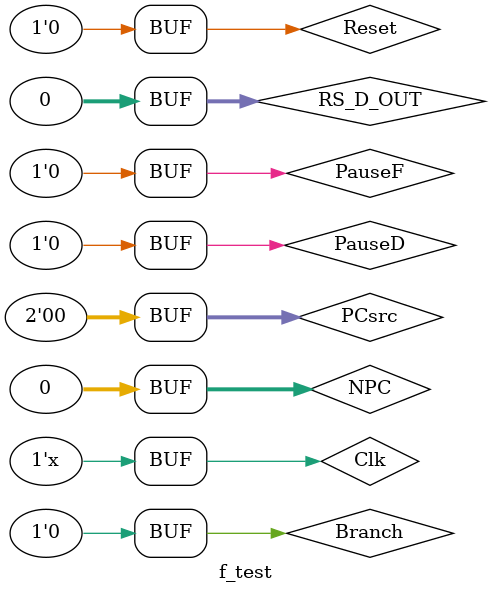
<source format=v>
`timescale 1ns / 1ps


module f_test;

	// Inputs
	reg [31:0] NPC;
	reg [1:0] PCsrc;
	reg Branch;
	reg Clk;
	reg Reset;
	reg PauseF;
	reg PauseD;
	reg [31:0] RS_D_OUT;

	// Outputs
	wire [31:0] IRD;
	wire [31:0] PC4D;

	// Instantiate the Unit Under Test (UUT)
	F_unit uut (
		.NPC(NPC), 
		.PCsrc(PCsrc), 
		.Branch(Branch), 
		.Clk(Clk), 
		.Reset(Reset), 
		.PauseF(PauseF), 
		.PauseD(PauseD), 
		.RS_D_OUT(RS_D_OUT), 
		.IRD(IRD), 
		.PC4D(PC4D)
	);

	initial begin
		// Initialize Inputs
		NPC = 0;
		PCsrc = 0;
		Branch = 0;
		Clk = 0;
		Reset = 0;
		PauseF = 0;
		PauseD = 0;
		RS_D_OUT = 0;

		// Wait 100 ns for global reset to finish
		#100;
        
		// Add stimulus here

	end
	always #10 Clk = ~ Clk;
      
endmodule


</source>
